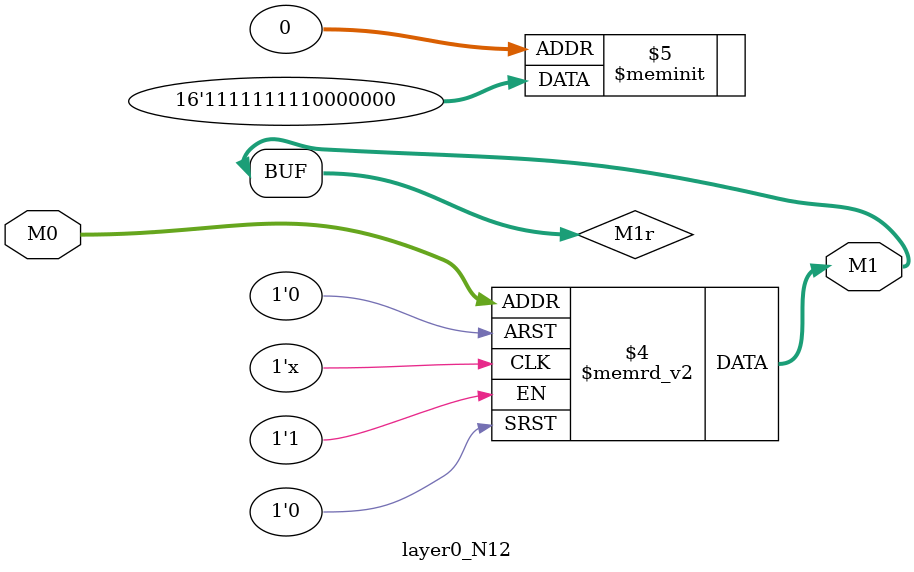
<source format=v>
module layer0_N12 ( input [2:0] M0, output [1:0] M1 );

	(*rom_style = "distributed" *) reg [1:0] M1r;
	assign M1 = M1r;
	always @ (M0) begin
		case (M0)
			3'b000: M1r = 2'b00;
			3'b100: M1r = 2'b11;
			3'b010: M1r = 2'b00;
			3'b110: M1r = 2'b11;
			3'b001: M1r = 2'b00;
			3'b101: M1r = 2'b11;
			3'b011: M1r = 2'b10;
			3'b111: M1r = 2'b11;

		endcase
	end
endmodule

</source>
